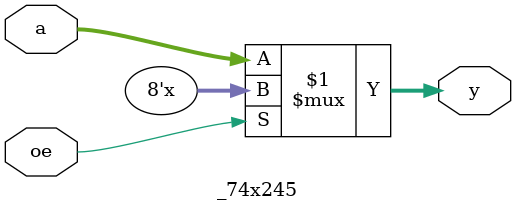
<source format=v>
module _74x245 (
    input oe,  // Output Enable (Active LOW)
    input [7:0] a,  // Data Inputs
    output [7:0] y  // Data Outputs
);

    assign y = oe ? 8'bz : a;

endmodule
</source>
